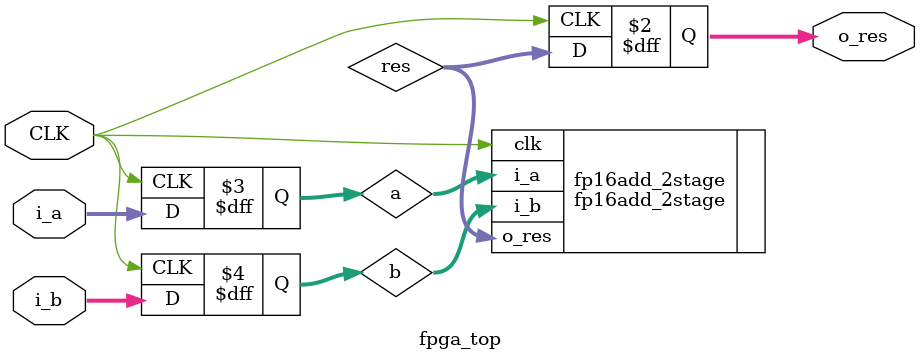
<source format=v>
module fpga_top(
   input  wire        CLK,
   input  wire [15:0] i_a,
   input  wire [15:0] i_b,
   output reg  [15:0] o_res
);

reg  [15:0] a;
reg  [15:0] b;
wire [15:0] res;

always @( posedge CLK ) begin
   a     <= i_a;
   b     <= i_b;
   o_res <= res;
end

fp16add_2stage fp16add_2stage(
   .clk  (CLK),
   .i_a  (a  ),
   .i_b  (b  ),
   .o_res(res)
);

endmodule

</source>
